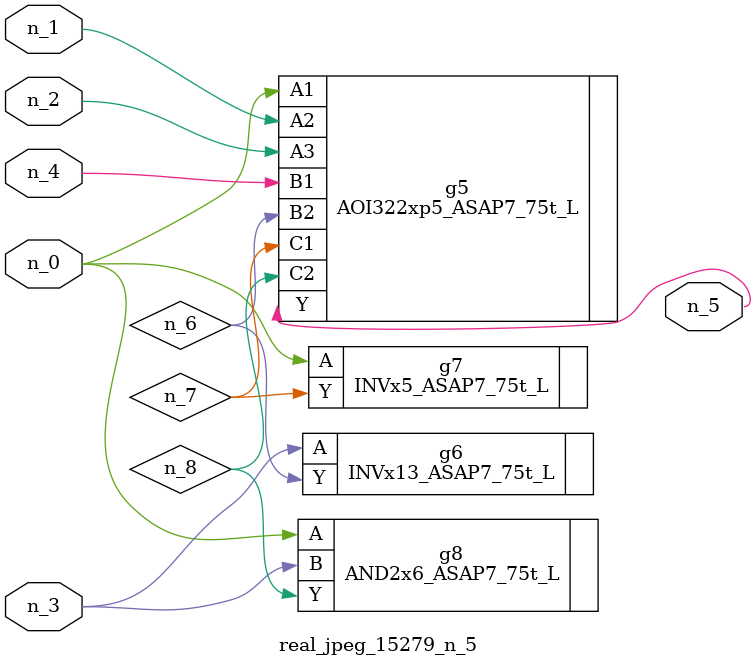
<source format=v>
module real_jpeg_15279_n_5 (n_4, n_0, n_1, n_2, n_3, n_5);

input n_4;
input n_0;
input n_1;
input n_2;
input n_3;

output n_5;

wire n_8;
wire n_6;
wire n_7;

AOI322xp5_ASAP7_75t_L g5 ( 
.A1(n_0),
.A2(n_1),
.A3(n_2),
.B1(n_4),
.B2(n_6),
.C1(n_7),
.C2(n_8),
.Y(n_5)
);

INVx5_ASAP7_75t_L g7 ( 
.A(n_0),
.Y(n_7)
);

AND2x6_ASAP7_75t_L g8 ( 
.A(n_0),
.B(n_3),
.Y(n_8)
);

INVx13_ASAP7_75t_L g6 ( 
.A(n_3),
.Y(n_6)
);


endmodule
</source>
